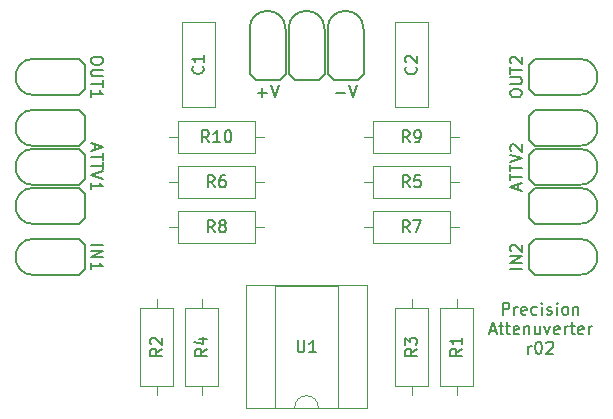
<source format=gto>
%TF.GenerationSoftware,KiCad,Pcbnew,(5.1.8-0-10_14)*%
%TF.CreationDate,2021-07-14T10:01:13+01:00*%
%TF.ProjectId,cgs-attenuverter-board,6367732d-6174-4746-956e-757665727465,rev?*%
%TF.SameCoordinates,Original*%
%TF.FileFunction,Legend,Top*%
%TF.FilePolarity,Positive*%
%FSLAX46Y46*%
G04 Gerber Fmt 4.6, Leading zero omitted, Abs format (unit mm)*
G04 Created by KiCad (PCBNEW (5.1.8-0-10_14)) date 2021-07-14 10:01:13*
%MOMM*%
%LPD*%
G01*
G04 APERTURE LIST*
%ADD10C,0.150000*%
%ADD11C,0.120000*%
%ADD12C,0.152400*%
G04 APERTURE END LIST*
D10*
X170632380Y-110220000D02*
X169632380Y-110220000D01*
X170632380Y-109743809D02*
X169632380Y-109743809D01*
X170632380Y-109172380D01*
X169632380Y-109172380D01*
X169727619Y-108743809D02*
X169680000Y-108696190D01*
X169632380Y-108600952D01*
X169632380Y-108362857D01*
X169680000Y-108267619D01*
X169727619Y-108220000D01*
X169822857Y-108172380D01*
X169918095Y-108172380D01*
X170060952Y-108220000D01*
X170632380Y-108791428D01*
X170632380Y-108172380D01*
X170346666Y-103504761D02*
X170346666Y-103028571D01*
X170632380Y-103600000D02*
X169632380Y-103266666D01*
X170632380Y-102933333D01*
X169632380Y-102742857D02*
X169632380Y-102171428D01*
X170632380Y-102457142D02*
X169632380Y-102457142D01*
X169632380Y-101980952D02*
X169632380Y-101409523D01*
X170632380Y-101695238D02*
X169632380Y-101695238D01*
X169632380Y-101219047D02*
X170632380Y-100885714D01*
X169632380Y-100552380D01*
X169727619Y-100266666D02*
X169680000Y-100219047D01*
X169632380Y-100123809D01*
X169632380Y-99885714D01*
X169680000Y-99790476D01*
X169727619Y-99742857D01*
X169822857Y-99695238D01*
X169918095Y-99695238D01*
X170060952Y-99742857D01*
X170632380Y-100314285D01*
X170632380Y-99695238D01*
X169632380Y-95456190D02*
X169632380Y-95265714D01*
X169680000Y-95170476D01*
X169775238Y-95075238D01*
X169965714Y-95027619D01*
X170299047Y-95027619D01*
X170489523Y-95075238D01*
X170584761Y-95170476D01*
X170632380Y-95265714D01*
X170632380Y-95456190D01*
X170584761Y-95551428D01*
X170489523Y-95646666D01*
X170299047Y-95694285D01*
X169965714Y-95694285D01*
X169775238Y-95646666D01*
X169680000Y-95551428D01*
X169632380Y-95456190D01*
X169632380Y-94599047D02*
X170441904Y-94599047D01*
X170537142Y-94551428D01*
X170584761Y-94503809D01*
X170632380Y-94408571D01*
X170632380Y-94218095D01*
X170584761Y-94122857D01*
X170537142Y-94075238D01*
X170441904Y-94027619D01*
X169632380Y-94027619D01*
X169632380Y-93694285D02*
X169632380Y-93122857D01*
X170632380Y-93408571D02*
X169632380Y-93408571D01*
X169727619Y-92837142D02*
X169680000Y-92789523D01*
X169632380Y-92694285D01*
X169632380Y-92456190D01*
X169680000Y-92360952D01*
X169727619Y-92313333D01*
X169822857Y-92265714D01*
X169918095Y-92265714D01*
X170060952Y-92313333D01*
X170632380Y-92884761D01*
X170632380Y-92265714D01*
X135167619Y-92503809D02*
X135167619Y-92694285D01*
X135120000Y-92789523D01*
X135024761Y-92884761D01*
X134834285Y-92932380D01*
X134500952Y-92932380D01*
X134310476Y-92884761D01*
X134215238Y-92789523D01*
X134167619Y-92694285D01*
X134167619Y-92503809D01*
X134215238Y-92408571D01*
X134310476Y-92313333D01*
X134500952Y-92265714D01*
X134834285Y-92265714D01*
X135024761Y-92313333D01*
X135120000Y-92408571D01*
X135167619Y-92503809D01*
X135167619Y-93360952D02*
X134358095Y-93360952D01*
X134262857Y-93408571D01*
X134215238Y-93456190D01*
X134167619Y-93551428D01*
X134167619Y-93741904D01*
X134215238Y-93837142D01*
X134262857Y-93884761D01*
X134358095Y-93932380D01*
X135167619Y-93932380D01*
X135167619Y-94265714D02*
X135167619Y-94837142D01*
X134167619Y-94551428D02*
X135167619Y-94551428D01*
X134167619Y-95694285D02*
X134167619Y-95122857D01*
X134167619Y-95408571D02*
X135167619Y-95408571D01*
X135024761Y-95313333D01*
X134929523Y-95218095D01*
X134881904Y-95122857D01*
X134453333Y-99695238D02*
X134453333Y-100171428D01*
X134167619Y-99600000D02*
X135167619Y-99933333D01*
X134167619Y-100266666D01*
X135167619Y-100457142D02*
X135167619Y-101028571D01*
X134167619Y-100742857D02*
X135167619Y-100742857D01*
X135167619Y-101219047D02*
X135167619Y-101790476D01*
X134167619Y-101504761D02*
X135167619Y-101504761D01*
X135167619Y-101980952D02*
X134167619Y-102314285D01*
X135167619Y-102647619D01*
X134167619Y-103504761D02*
X134167619Y-102933333D01*
X134167619Y-103219047D02*
X135167619Y-103219047D01*
X135024761Y-103123809D01*
X134929523Y-103028571D01*
X134881904Y-102933333D01*
X134167619Y-108220000D02*
X135167619Y-108220000D01*
X134167619Y-108696190D02*
X135167619Y-108696190D01*
X134167619Y-109267619D01*
X135167619Y-109267619D01*
X134167619Y-110267619D02*
X134167619Y-109696190D01*
X134167619Y-109981904D02*
X135167619Y-109981904D01*
X135024761Y-109886666D01*
X134929523Y-109791428D01*
X134881904Y-109696190D01*
X154892476Y-95321428D02*
X155654380Y-95321428D01*
X155987714Y-94702380D02*
X156321047Y-95702380D01*
X156654380Y-94702380D01*
X148288476Y-95321428D02*
X149050380Y-95321428D01*
X148669428Y-95702380D02*
X148669428Y-94940476D01*
X149383714Y-94702380D02*
X149717047Y-95702380D01*
X150050380Y-94702380D01*
X168997714Y-114118380D02*
X168997714Y-113118380D01*
X169378666Y-113118380D01*
X169473904Y-113166000D01*
X169521523Y-113213619D01*
X169569142Y-113308857D01*
X169569142Y-113451714D01*
X169521523Y-113546952D01*
X169473904Y-113594571D01*
X169378666Y-113642190D01*
X168997714Y-113642190D01*
X169997714Y-114118380D02*
X169997714Y-113451714D01*
X169997714Y-113642190D02*
X170045333Y-113546952D01*
X170092952Y-113499333D01*
X170188190Y-113451714D01*
X170283428Y-113451714D01*
X170997714Y-114070761D02*
X170902476Y-114118380D01*
X170712000Y-114118380D01*
X170616761Y-114070761D01*
X170569142Y-113975523D01*
X170569142Y-113594571D01*
X170616761Y-113499333D01*
X170712000Y-113451714D01*
X170902476Y-113451714D01*
X170997714Y-113499333D01*
X171045333Y-113594571D01*
X171045333Y-113689809D01*
X170569142Y-113785047D01*
X171902476Y-114070761D02*
X171807238Y-114118380D01*
X171616761Y-114118380D01*
X171521523Y-114070761D01*
X171473904Y-114023142D01*
X171426285Y-113927904D01*
X171426285Y-113642190D01*
X171473904Y-113546952D01*
X171521523Y-113499333D01*
X171616761Y-113451714D01*
X171807238Y-113451714D01*
X171902476Y-113499333D01*
X172331047Y-114118380D02*
X172331047Y-113451714D01*
X172331047Y-113118380D02*
X172283428Y-113166000D01*
X172331047Y-113213619D01*
X172378666Y-113166000D01*
X172331047Y-113118380D01*
X172331047Y-113213619D01*
X172759619Y-114070761D02*
X172854857Y-114118380D01*
X173045333Y-114118380D01*
X173140571Y-114070761D01*
X173188190Y-113975523D01*
X173188190Y-113927904D01*
X173140571Y-113832666D01*
X173045333Y-113785047D01*
X172902476Y-113785047D01*
X172807238Y-113737428D01*
X172759619Y-113642190D01*
X172759619Y-113594571D01*
X172807238Y-113499333D01*
X172902476Y-113451714D01*
X173045333Y-113451714D01*
X173140571Y-113499333D01*
X173616761Y-114118380D02*
X173616761Y-113451714D01*
X173616761Y-113118380D02*
X173569142Y-113166000D01*
X173616761Y-113213619D01*
X173664380Y-113166000D01*
X173616761Y-113118380D01*
X173616761Y-113213619D01*
X174235809Y-114118380D02*
X174140571Y-114070761D01*
X174092952Y-114023142D01*
X174045333Y-113927904D01*
X174045333Y-113642190D01*
X174092952Y-113546952D01*
X174140571Y-113499333D01*
X174235809Y-113451714D01*
X174378666Y-113451714D01*
X174473904Y-113499333D01*
X174521523Y-113546952D01*
X174569142Y-113642190D01*
X174569142Y-113927904D01*
X174521523Y-114023142D01*
X174473904Y-114070761D01*
X174378666Y-114118380D01*
X174235809Y-114118380D01*
X174997714Y-113451714D02*
X174997714Y-114118380D01*
X174997714Y-113546952D02*
X175045333Y-113499333D01*
X175140571Y-113451714D01*
X175283428Y-113451714D01*
X175378666Y-113499333D01*
X175426285Y-113594571D01*
X175426285Y-114118380D01*
X167926285Y-115482666D02*
X168402476Y-115482666D01*
X167831047Y-115768380D02*
X168164380Y-114768380D01*
X168497714Y-115768380D01*
X168688190Y-115101714D02*
X169069142Y-115101714D01*
X168831047Y-114768380D02*
X168831047Y-115625523D01*
X168878666Y-115720761D01*
X168973904Y-115768380D01*
X169069142Y-115768380D01*
X169259619Y-115101714D02*
X169640571Y-115101714D01*
X169402476Y-114768380D02*
X169402476Y-115625523D01*
X169450095Y-115720761D01*
X169545333Y-115768380D01*
X169640571Y-115768380D01*
X170354857Y-115720761D02*
X170259619Y-115768380D01*
X170069142Y-115768380D01*
X169973904Y-115720761D01*
X169926285Y-115625523D01*
X169926285Y-115244571D01*
X169973904Y-115149333D01*
X170069142Y-115101714D01*
X170259619Y-115101714D01*
X170354857Y-115149333D01*
X170402476Y-115244571D01*
X170402476Y-115339809D01*
X169926285Y-115435047D01*
X170831047Y-115101714D02*
X170831047Y-115768380D01*
X170831047Y-115196952D02*
X170878666Y-115149333D01*
X170973904Y-115101714D01*
X171116761Y-115101714D01*
X171212000Y-115149333D01*
X171259619Y-115244571D01*
X171259619Y-115768380D01*
X172164380Y-115101714D02*
X172164380Y-115768380D01*
X171735809Y-115101714D02*
X171735809Y-115625523D01*
X171783428Y-115720761D01*
X171878666Y-115768380D01*
X172021523Y-115768380D01*
X172116761Y-115720761D01*
X172164380Y-115673142D01*
X172545333Y-115101714D02*
X172783428Y-115768380D01*
X173021523Y-115101714D01*
X173783428Y-115720761D02*
X173688190Y-115768380D01*
X173497714Y-115768380D01*
X173402476Y-115720761D01*
X173354857Y-115625523D01*
X173354857Y-115244571D01*
X173402476Y-115149333D01*
X173497714Y-115101714D01*
X173688190Y-115101714D01*
X173783428Y-115149333D01*
X173831047Y-115244571D01*
X173831047Y-115339809D01*
X173354857Y-115435047D01*
X174259619Y-115768380D02*
X174259619Y-115101714D01*
X174259619Y-115292190D02*
X174307238Y-115196952D01*
X174354857Y-115149333D01*
X174450095Y-115101714D01*
X174545333Y-115101714D01*
X174735809Y-115101714D02*
X175116761Y-115101714D01*
X174878666Y-114768380D02*
X174878666Y-115625523D01*
X174926285Y-115720761D01*
X175021523Y-115768380D01*
X175116761Y-115768380D01*
X175831047Y-115720761D02*
X175735809Y-115768380D01*
X175545333Y-115768380D01*
X175450095Y-115720761D01*
X175402476Y-115625523D01*
X175402476Y-115244571D01*
X175450095Y-115149333D01*
X175545333Y-115101714D01*
X175735809Y-115101714D01*
X175831047Y-115149333D01*
X175878666Y-115244571D01*
X175878666Y-115339809D01*
X175402476Y-115435047D01*
X176307238Y-115768380D02*
X176307238Y-115101714D01*
X176307238Y-115292190D02*
X176354857Y-115196952D01*
X176402476Y-115149333D01*
X176497714Y-115101714D01*
X176592952Y-115101714D01*
X171188190Y-117418380D02*
X171188190Y-116751714D01*
X171188190Y-116942190D02*
X171235809Y-116846952D01*
X171283428Y-116799333D01*
X171378666Y-116751714D01*
X171473904Y-116751714D01*
X171997714Y-116418380D02*
X172092952Y-116418380D01*
X172188190Y-116466000D01*
X172235809Y-116513619D01*
X172283428Y-116608857D01*
X172331047Y-116799333D01*
X172331047Y-117037428D01*
X172283428Y-117227904D01*
X172235809Y-117323142D01*
X172188190Y-117370761D01*
X172092952Y-117418380D01*
X171997714Y-117418380D01*
X171902476Y-117370761D01*
X171854857Y-117323142D01*
X171807238Y-117227904D01*
X171759619Y-117037428D01*
X171759619Y-116799333D01*
X171807238Y-116608857D01*
X171854857Y-116513619D01*
X171902476Y-116466000D01*
X171997714Y-116418380D01*
X172712000Y-116513619D02*
X172759619Y-116466000D01*
X172854857Y-116418380D01*
X173092952Y-116418380D01*
X173188190Y-116466000D01*
X173235809Y-116513619D01*
X173283428Y-116608857D01*
X173283428Y-116704095D01*
X173235809Y-116846952D01*
X172664380Y-117418380D01*
X173283428Y-117418380D01*
D11*
%TO.C,U1*%
X147260000Y-122040000D02*
X157540000Y-122040000D01*
X147260000Y-111640000D02*
X147260000Y-122040000D01*
X157540000Y-111640000D02*
X147260000Y-111640000D01*
X157540000Y-122040000D02*
X157540000Y-111640000D01*
X149750000Y-121980000D02*
X151400000Y-121980000D01*
X149750000Y-111700000D02*
X149750000Y-121980000D01*
X155050000Y-111700000D02*
X149750000Y-111700000D01*
X155050000Y-121980000D02*
X155050000Y-111700000D01*
X153400000Y-121980000D02*
X155050000Y-121980000D01*
X151400000Y-121980000D02*
G75*
G02*
X153400000Y-121980000I1000000J0D01*
G01*
D12*
%TO.C,RV2*%
X133604000Y-103886000D02*
X133096000Y-103378000D01*
X133096000Y-103378000D02*
X129286000Y-103378000D01*
X129286000Y-106426000D02*
X133096000Y-106426000D01*
X133604000Y-105918000D02*
X133604000Y-103886000D01*
X133096000Y-106426000D02*
X133604000Y-105918000D01*
X133604000Y-97282000D02*
X133096000Y-96774000D01*
X133096000Y-96774000D02*
X129286000Y-96774000D01*
X129286000Y-99822000D02*
X133096000Y-99822000D01*
X133604000Y-99314000D02*
X133604000Y-97282000D01*
X133096000Y-99822000D02*
X133604000Y-99314000D01*
X133096000Y-100076000D02*
X129286000Y-100076000D01*
X133604000Y-100584000D02*
X133096000Y-100076000D01*
X133604000Y-102616000D02*
X133604000Y-100584000D01*
X133096000Y-103124000D02*
X133604000Y-102616000D01*
X129286000Y-103124000D02*
X133096000Y-103124000D01*
X129286000Y-106426000D02*
G75*
G02*
X129286000Y-103378000I0J1524000D01*
G01*
X129286000Y-99822000D02*
G75*
G02*
X129286000Y-96774000I0J1524000D01*
G01*
X129286000Y-103124000D02*
G75*
G02*
X129286000Y-100076000I0J1524000D01*
G01*
%TO.C,RV1*%
X171196000Y-99314000D02*
X171704000Y-99822000D01*
X171704000Y-99822000D02*
X175514000Y-99822000D01*
X175514000Y-96774000D02*
X171704000Y-96774000D01*
X171196000Y-97282000D02*
X171196000Y-99314000D01*
X171704000Y-96774000D02*
X171196000Y-97282000D01*
X171196000Y-105918000D02*
X171704000Y-106426000D01*
X171704000Y-106426000D02*
X175514000Y-106426000D01*
X175514000Y-103378000D02*
X171704000Y-103378000D01*
X171196000Y-103886000D02*
X171196000Y-105918000D01*
X171704000Y-103378000D02*
X171196000Y-103886000D01*
X171704000Y-103124000D02*
X175514000Y-103124000D01*
X171196000Y-102616000D02*
X171704000Y-103124000D01*
X171196000Y-100584000D02*
X171196000Y-102616000D01*
X171704000Y-100076000D02*
X171196000Y-100584000D01*
X175514000Y-100076000D02*
X171704000Y-100076000D01*
X175514000Y-96774000D02*
G75*
G02*
X175514000Y-99822000I0J-1524000D01*
G01*
X175514000Y-103378000D02*
G75*
G02*
X175514000Y-106426000I0J-1524000D01*
G01*
X175514000Y-100076000D02*
G75*
G02*
X175514000Y-103124000I0J-1524000D01*
G01*
D11*
%TO.C,R10*%
X141510000Y-97690000D02*
X141510000Y-100430000D01*
X141510000Y-100430000D02*
X148050000Y-100430000D01*
X148050000Y-100430000D02*
X148050000Y-97690000D01*
X148050000Y-97690000D02*
X141510000Y-97690000D01*
X140740000Y-99060000D02*
X141510000Y-99060000D01*
X148820000Y-99060000D02*
X148050000Y-99060000D01*
%TO.C,R9*%
X164560000Y-100430000D02*
X164560000Y-97690000D01*
X164560000Y-97690000D02*
X158020000Y-97690000D01*
X158020000Y-97690000D02*
X158020000Y-100430000D01*
X158020000Y-100430000D02*
X164560000Y-100430000D01*
X165330000Y-99060000D02*
X164560000Y-99060000D01*
X157250000Y-99060000D02*
X158020000Y-99060000D01*
%TO.C,R8*%
X141510000Y-105310000D02*
X141510000Y-108050000D01*
X141510000Y-108050000D02*
X148050000Y-108050000D01*
X148050000Y-108050000D02*
X148050000Y-105310000D01*
X148050000Y-105310000D02*
X141510000Y-105310000D01*
X140740000Y-106680000D02*
X141510000Y-106680000D01*
X148820000Y-106680000D02*
X148050000Y-106680000D01*
%TO.C,R7*%
X164560000Y-108050000D02*
X164560000Y-105310000D01*
X164560000Y-105310000D02*
X158020000Y-105310000D01*
X158020000Y-105310000D02*
X158020000Y-108050000D01*
X158020000Y-108050000D02*
X164560000Y-108050000D01*
X165330000Y-106680000D02*
X164560000Y-106680000D01*
X157250000Y-106680000D02*
X158020000Y-106680000D01*
%TO.C,R6*%
X148050000Y-104240000D02*
X148050000Y-101500000D01*
X148050000Y-101500000D02*
X141510000Y-101500000D01*
X141510000Y-101500000D02*
X141510000Y-104240000D01*
X141510000Y-104240000D02*
X148050000Y-104240000D01*
X148820000Y-102870000D02*
X148050000Y-102870000D01*
X140740000Y-102870000D02*
X141510000Y-102870000D01*
%TO.C,R5*%
X158020000Y-101500000D02*
X158020000Y-104240000D01*
X158020000Y-104240000D02*
X164560000Y-104240000D01*
X164560000Y-104240000D02*
X164560000Y-101500000D01*
X164560000Y-101500000D02*
X158020000Y-101500000D01*
X157250000Y-102870000D02*
X158020000Y-102870000D01*
X165330000Y-102870000D02*
X164560000Y-102870000D01*
%TO.C,R4*%
X142140000Y-120110000D02*
X144880000Y-120110000D01*
X144880000Y-120110000D02*
X144880000Y-113570000D01*
X144880000Y-113570000D02*
X142140000Y-113570000D01*
X142140000Y-113570000D02*
X142140000Y-120110000D01*
X143510000Y-120880000D02*
X143510000Y-120110000D01*
X143510000Y-112800000D02*
X143510000Y-113570000D01*
%TO.C,R3*%
X162660000Y-113570000D02*
X159920000Y-113570000D01*
X159920000Y-113570000D02*
X159920000Y-120110000D01*
X159920000Y-120110000D02*
X162660000Y-120110000D01*
X162660000Y-120110000D02*
X162660000Y-113570000D01*
X161290000Y-112800000D02*
X161290000Y-113570000D01*
X161290000Y-120880000D02*
X161290000Y-120110000D01*
%TO.C,R2*%
X138330000Y-120110000D02*
X141070000Y-120110000D01*
X141070000Y-120110000D02*
X141070000Y-113570000D01*
X141070000Y-113570000D02*
X138330000Y-113570000D01*
X138330000Y-113570000D02*
X138330000Y-120110000D01*
X139700000Y-120880000D02*
X139700000Y-120110000D01*
X139700000Y-112800000D02*
X139700000Y-113570000D01*
%TO.C,R1*%
X166470000Y-113570000D02*
X163730000Y-113570000D01*
X163730000Y-113570000D02*
X163730000Y-120110000D01*
X163730000Y-120110000D02*
X166470000Y-120110000D01*
X166470000Y-120110000D02*
X166470000Y-113570000D01*
X165100000Y-112800000D02*
X165100000Y-113570000D01*
X165100000Y-120880000D02*
X165100000Y-120110000D01*
D12*
%TO.C,J5*%
X150114000Y-94234000D02*
X150622000Y-93726000D01*
X150622000Y-93726000D02*
X150622000Y-89916000D01*
X147574000Y-89916000D02*
X147574000Y-93726000D01*
X148082000Y-94234000D02*
X150114000Y-94234000D01*
X147574000Y-93726000D02*
X148082000Y-94234000D01*
X156718000Y-94234000D02*
X157226000Y-93726000D01*
X157226000Y-93726000D02*
X157226000Y-89916000D01*
X154178000Y-89916000D02*
X154178000Y-93726000D01*
X154686000Y-94234000D02*
X156718000Y-94234000D01*
X154178000Y-93726000D02*
X154686000Y-94234000D01*
X153924000Y-93726000D02*
X153924000Y-89916000D01*
X153416000Y-94234000D02*
X153924000Y-93726000D01*
X151384000Y-94234000D02*
X153416000Y-94234000D01*
X150876000Y-93726000D02*
X151384000Y-94234000D01*
X150876000Y-89916000D02*
X150876000Y-93726000D01*
X147574000Y-89916000D02*
G75*
G02*
X150622000Y-89916000I1524000J0D01*
G01*
X154178000Y-89916000D02*
G75*
G02*
X157226000Y-89916000I1524000J0D01*
G01*
X150876000Y-89916000D02*
G75*
G02*
X153924000Y-89916000I1524000J0D01*
G01*
%TO.C,J4*%
X133096000Y-92456000D02*
X129286000Y-92456000D01*
X133604000Y-92964000D02*
X133096000Y-92456000D01*
X133604000Y-94996000D02*
X133604000Y-92964000D01*
X133096000Y-95504000D02*
X133604000Y-94996000D01*
X129286000Y-95504000D02*
X133096000Y-95504000D01*
X129286000Y-95504000D02*
G75*
G02*
X129286000Y-92456000I0J1524000D01*
G01*
%TO.C,J3*%
X171704000Y-95504000D02*
X175514000Y-95504000D01*
X171196000Y-94996000D02*
X171704000Y-95504000D01*
X171196000Y-92964000D02*
X171196000Y-94996000D01*
X171704000Y-92456000D02*
X171196000Y-92964000D01*
X175514000Y-92456000D02*
X171704000Y-92456000D01*
X175514000Y-92456000D02*
G75*
G02*
X175514000Y-95504000I0J-1524000D01*
G01*
%TO.C,J2*%
X133096000Y-107696000D02*
X129286000Y-107696000D01*
X133604000Y-108204000D02*
X133096000Y-107696000D01*
X133604000Y-110236000D02*
X133604000Y-108204000D01*
X133096000Y-110744000D02*
X133604000Y-110236000D01*
X129286000Y-110744000D02*
X133096000Y-110744000D01*
X129286000Y-110744000D02*
G75*
G02*
X129286000Y-107696000I0J1524000D01*
G01*
%TO.C,J1*%
X171704000Y-110744000D02*
X175514000Y-110744000D01*
X171196000Y-110236000D02*
X171704000Y-110744000D01*
X171196000Y-108204000D02*
X171196000Y-110236000D01*
X171704000Y-107696000D02*
X171196000Y-108204000D01*
X175514000Y-107696000D02*
X171704000Y-107696000D01*
X175514000Y-107696000D02*
G75*
G02*
X175514000Y-110744000I0J-1524000D01*
G01*
D11*
%TO.C,C2*%
X159920000Y-89304000D02*
X162660000Y-89304000D01*
X159920000Y-96544000D02*
X162660000Y-96544000D01*
X162660000Y-96544000D02*
X162660000Y-89304000D01*
X159920000Y-96544000D02*
X159920000Y-89304000D01*
%TO.C,C1*%
X144626000Y-89304000D02*
X144626000Y-96544000D01*
X141886000Y-89304000D02*
X141886000Y-96544000D01*
X144626000Y-89304000D02*
X141886000Y-89304000D01*
X144626000Y-96544000D02*
X141886000Y-96544000D01*
%TO.C,U1*%
D10*
X151638095Y-116292380D02*
X151638095Y-117101904D01*
X151685714Y-117197142D01*
X151733333Y-117244761D01*
X151828571Y-117292380D01*
X152019047Y-117292380D01*
X152114285Y-117244761D01*
X152161904Y-117197142D01*
X152209523Y-117101904D01*
X152209523Y-116292380D01*
X153209523Y-117292380D02*
X152638095Y-117292380D01*
X152923809Y-117292380D02*
X152923809Y-116292380D01*
X152828571Y-116435238D01*
X152733333Y-116530476D01*
X152638095Y-116578095D01*
%TO.C,R10*%
X144137142Y-99512380D02*
X143803809Y-99036190D01*
X143565714Y-99512380D02*
X143565714Y-98512380D01*
X143946666Y-98512380D01*
X144041904Y-98560000D01*
X144089523Y-98607619D01*
X144137142Y-98702857D01*
X144137142Y-98845714D01*
X144089523Y-98940952D01*
X144041904Y-98988571D01*
X143946666Y-99036190D01*
X143565714Y-99036190D01*
X145089523Y-99512380D02*
X144518095Y-99512380D01*
X144803809Y-99512380D02*
X144803809Y-98512380D01*
X144708571Y-98655238D01*
X144613333Y-98750476D01*
X144518095Y-98798095D01*
X145708571Y-98512380D02*
X145803809Y-98512380D01*
X145899047Y-98560000D01*
X145946666Y-98607619D01*
X145994285Y-98702857D01*
X146041904Y-98893333D01*
X146041904Y-99131428D01*
X145994285Y-99321904D01*
X145946666Y-99417142D01*
X145899047Y-99464761D01*
X145803809Y-99512380D01*
X145708571Y-99512380D01*
X145613333Y-99464761D01*
X145565714Y-99417142D01*
X145518095Y-99321904D01*
X145470476Y-99131428D01*
X145470476Y-98893333D01*
X145518095Y-98702857D01*
X145565714Y-98607619D01*
X145613333Y-98560000D01*
X145708571Y-98512380D01*
%TO.C,R9*%
X161123333Y-99512380D02*
X160790000Y-99036190D01*
X160551904Y-99512380D02*
X160551904Y-98512380D01*
X160932857Y-98512380D01*
X161028095Y-98560000D01*
X161075714Y-98607619D01*
X161123333Y-98702857D01*
X161123333Y-98845714D01*
X161075714Y-98940952D01*
X161028095Y-98988571D01*
X160932857Y-99036190D01*
X160551904Y-99036190D01*
X161599523Y-99512380D02*
X161790000Y-99512380D01*
X161885238Y-99464761D01*
X161932857Y-99417142D01*
X162028095Y-99274285D01*
X162075714Y-99083809D01*
X162075714Y-98702857D01*
X162028095Y-98607619D01*
X161980476Y-98560000D01*
X161885238Y-98512380D01*
X161694761Y-98512380D01*
X161599523Y-98560000D01*
X161551904Y-98607619D01*
X161504285Y-98702857D01*
X161504285Y-98940952D01*
X161551904Y-99036190D01*
X161599523Y-99083809D01*
X161694761Y-99131428D01*
X161885238Y-99131428D01*
X161980476Y-99083809D01*
X162028095Y-99036190D01*
X162075714Y-98940952D01*
%TO.C,R8*%
X144613333Y-107132380D02*
X144280000Y-106656190D01*
X144041904Y-107132380D02*
X144041904Y-106132380D01*
X144422857Y-106132380D01*
X144518095Y-106180000D01*
X144565714Y-106227619D01*
X144613333Y-106322857D01*
X144613333Y-106465714D01*
X144565714Y-106560952D01*
X144518095Y-106608571D01*
X144422857Y-106656190D01*
X144041904Y-106656190D01*
X145184761Y-106560952D02*
X145089523Y-106513333D01*
X145041904Y-106465714D01*
X144994285Y-106370476D01*
X144994285Y-106322857D01*
X145041904Y-106227619D01*
X145089523Y-106180000D01*
X145184761Y-106132380D01*
X145375238Y-106132380D01*
X145470476Y-106180000D01*
X145518095Y-106227619D01*
X145565714Y-106322857D01*
X145565714Y-106370476D01*
X145518095Y-106465714D01*
X145470476Y-106513333D01*
X145375238Y-106560952D01*
X145184761Y-106560952D01*
X145089523Y-106608571D01*
X145041904Y-106656190D01*
X144994285Y-106751428D01*
X144994285Y-106941904D01*
X145041904Y-107037142D01*
X145089523Y-107084761D01*
X145184761Y-107132380D01*
X145375238Y-107132380D01*
X145470476Y-107084761D01*
X145518095Y-107037142D01*
X145565714Y-106941904D01*
X145565714Y-106751428D01*
X145518095Y-106656190D01*
X145470476Y-106608571D01*
X145375238Y-106560952D01*
%TO.C,R7*%
X161123333Y-107132380D02*
X160790000Y-106656190D01*
X160551904Y-107132380D02*
X160551904Y-106132380D01*
X160932857Y-106132380D01*
X161028095Y-106180000D01*
X161075714Y-106227619D01*
X161123333Y-106322857D01*
X161123333Y-106465714D01*
X161075714Y-106560952D01*
X161028095Y-106608571D01*
X160932857Y-106656190D01*
X160551904Y-106656190D01*
X161456666Y-106132380D02*
X162123333Y-106132380D01*
X161694761Y-107132380D01*
%TO.C,R6*%
X144613333Y-103322380D02*
X144280000Y-102846190D01*
X144041904Y-103322380D02*
X144041904Y-102322380D01*
X144422857Y-102322380D01*
X144518095Y-102370000D01*
X144565714Y-102417619D01*
X144613333Y-102512857D01*
X144613333Y-102655714D01*
X144565714Y-102750952D01*
X144518095Y-102798571D01*
X144422857Y-102846190D01*
X144041904Y-102846190D01*
X145470476Y-102322380D02*
X145280000Y-102322380D01*
X145184761Y-102370000D01*
X145137142Y-102417619D01*
X145041904Y-102560476D01*
X144994285Y-102750952D01*
X144994285Y-103131904D01*
X145041904Y-103227142D01*
X145089523Y-103274761D01*
X145184761Y-103322380D01*
X145375238Y-103322380D01*
X145470476Y-103274761D01*
X145518095Y-103227142D01*
X145565714Y-103131904D01*
X145565714Y-102893809D01*
X145518095Y-102798571D01*
X145470476Y-102750952D01*
X145375238Y-102703333D01*
X145184761Y-102703333D01*
X145089523Y-102750952D01*
X145041904Y-102798571D01*
X144994285Y-102893809D01*
%TO.C,R5*%
X161123333Y-103322380D02*
X160790000Y-102846190D01*
X160551904Y-103322380D02*
X160551904Y-102322380D01*
X160932857Y-102322380D01*
X161028095Y-102370000D01*
X161075714Y-102417619D01*
X161123333Y-102512857D01*
X161123333Y-102655714D01*
X161075714Y-102750952D01*
X161028095Y-102798571D01*
X160932857Y-102846190D01*
X160551904Y-102846190D01*
X162028095Y-102322380D02*
X161551904Y-102322380D01*
X161504285Y-102798571D01*
X161551904Y-102750952D01*
X161647142Y-102703333D01*
X161885238Y-102703333D01*
X161980476Y-102750952D01*
X162028095Y-102798571D01*
X162075714Y-102893809D01*
X162075714Y-103131904D01*
X162028095Y-103227142D01*
X161980476Y-103274761D01*
X161885238Y-103322380D01*
X161647142Y-103322380D01*
X161551904Y-103274761D01*
X161504285Y-103227142D01*
%TO.C,R4*%
X143962380Y-117006666D02*
X143486190Y-117340000D01*
X143962380Y-117578095D02*
X142962380Y-117578095D01*
X142962380Y-117197142D01*
X143010000Y-117101904D01*
X143057619Y-117054285D01*
X143152857Y-117006666D01*
X143295714Y-117006666D01*
X143390952Y-117054285D01*
X143438571Y-117101904D01*
X143486190Y-117197142D01*
X143486190Y-117578095D01*
X143295714Y-116149523D02*
X143962380Y-116149523D01*
X142914761Y-116387619D02*
X143629047Y-116625714D01*
X143629047Y-116006666D01*
%TO.C,R3*%
X161742380Y-117006666D02*
X161266190Y-117340000D01*
X161742380Y-117578095D02*
X160742380Y-117578095D01*
X160742380Y-117197142D01*
X160790000Y-117101904D01*
X160837619Y-117054285D01*
X160932857Y-117006666D01*
X161075714Y-117006666D01*
X161170952Y-117054285D01*
X161218571Y-117101904D01*
X161266190Y-117197142D01*
X161266190Y-117578095D01*
X160742380Y-116673333D02*
X160742380Y-116054285D01*
X161123333Y-116387619D01*
X161123333Y-116244761D01*
X161170952Y-116149523D01*
X161218571Y-116101904D01*
X161313809Y-116054285D01*
X161551904Y-116054285D01*
X161647142Y-116101904D01*
X161694761Y-116149523D01*
X161742380Y-116244761D01*
X161742380Y-116530476D01*
X161694761Y-116625714D01*
X161647142Y-116673333D01*
%TO.C,R2*%
X140152380Y-117006666D02*
X139676190Y-117340000D01*
X140152380Y-117578095D02*
X139152380Y-117578095D01*
X139152380Y-117197142D01*
X139200000Y-117101904D01*
X139247619Y-117054285D01*
X139342857Y-117006666D01*
X139485714Y-117006666D01*
X139580952Y-117054285D01*
X139628571Y-117101904D01*
X139676190Y-117197142D01*
X139676190Y-117578095D01*
X139247619Y-116625714D02*
X139200000Y-116578095D01*
X139152380Y-116482857D01*
X139152380Y-116244761D01*
X139200000Y-116149523D01*
X139247619Y-116101904D01*
X139342857Y-116054285D01*
X139438095Y-116054285D01*
X139580952Y-116101904D01*
X140152380Y-116673333D01*
X140152380Y-116054285D01*
%TO.C,R1*%
X165552380Y-117006666D02*
X165076190Y-117340000D01*
X165552380Y-117578095D02*
X164552380Y-117578095D01*
X164552380Y-117197142D01*
X164600000Y-117101904D01*
X164647619Y-117054285D01*
X164742857Y-117006666D01*
X164885714Y-117006666D01*
X164980952Y-117054285D01*
X165028571Y-117101904D01*
X165076190Y-117197142D01*
X165076190Y-117578095D01*
X165552380Y-116054285D02*
X165552380Y-116625714D01*
X165552380Y-116340000D02*
X164552380Y-116340000D01*
X164695238Y-116435238D01*
X164790476Y-116530476D01*
X164838095Y-116625714D01*
%TO.C,C2*%
X161647142Y-93130666D02*
X161694761Y-93178285D01*
X161742380Y-93321142D01*
X161742380Y-93416380D01*
X161694761Y-93559238D01*
X161599523Y-93654476D01*
X161504285Y-93702095D01*
X161313809Y-93749714D01*
X161170952Y-93749714D01*
X160980476Y-93702095D01*
X160885238Y-93654476D01*
X160790000Y-93559238D01*
X160742380Y-93416380D01*
X160742380Y-93321142D01*
X160790000Y-93178285D01*
X160837619Y-93130666D01*
X160837619Y-92749714D02*
X160790000Y-92702095D01*
X160742380Y-92606857D01*
X160742380Y-92368761D01*
X160790000Y-92273523D01*
X160837619Y-92225904D01*
X160932857Y-92178285D01*
X161028095Y-92178285D01*
X161170952Y-92225904D01*
X161742380Y-92797333D01*
X161742380Y-92178285D01*
%TO.C,C1*%
X143613142Y-93090666D02*
X143660761Y-93138285D01*
X143708380Y-93281142D01*
X143708380Y-93376380D01*
X143660761Y-93519238D01*
X143565523Y-93614476D01*
X143470285Y-93662095D01*
X143279809Y-93709714D01*
X143136952Y-93709714D01*
X142946476Y-93662095D01*
X142851238Y-93614476D01*
X142756000Y-93519238D01*
X142708380Y-93376380D01*
X142708380Y-93281142D01*
X142756000Y-93138285D01*
X142803619Y-93090666D01*
X143708380Y-92138285D02*
X143708380Y-92709714D01*
X143708380Y-92424000D02*
X142708380Y-92424000D01*
X142851238Y-92519238D01*
X142946476Y-92614476D01*
X142994095Y-92709714D01*
%TD*%
M02*

</source>
